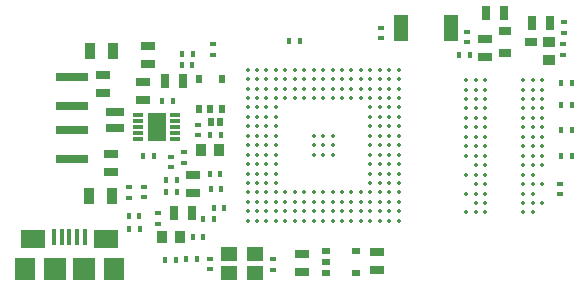
<source format=gtp>
G04 #@! TF.FileFunction,Paste,Top*
%FSLAX46Y46*%
G04 Gerber Fmt 4.6, Leading zero omitted, Abs format (unit mm)*
G04 Created by KiCad (PCBNEW 4.1.0-alpha+201605292346+6852~44~ubuntu14.04.1-product) date Thu Jun  2 19:47:09 2016*
%MOMM*%
%LPD*%
G01*
G04 APERTURE LIST*
%ADD10C,0.150000*%
%ADD11R,0.398780X0.599440*%
%ADD12R,0.599440X0.398780*%
%ADD13R,1.400000X1.150000*%
%ADD14R,1.300000X2.200000*%
%ADD15R,1.000760X0.899160*%
%ADD16R,0.899160X1.000760*%
%ADD17R,0.508000X0.762000*%
%ADD18R,0.762000X0.508000*%
%ADD19R,1.143000X0.635000*%
%ADD20R,0.635000X1.143000*%
%ADD21R,1.600000X0.650000*%
%ADD22R,1.897380X1.897380*%
%ADD23R,1.899920X1.897380*%
%ADD24R,1.795780X1.897380*%
%ADD25R,2.095500X1.597660*%
%ADD26R,0.398780X1.346200*%
%ADD27C,0.350000*%
%ADD28R,1.000760X0.800100*%
%ADD29R,0.848360X0.299720*%
%ADD30R,1.648460X2.379980*%
%ADD31R,0.889000X1.397000*%
%ADD32R,2.820000X0.800000*%
G04 APERTURE END LIST*
D10*
D11*
X142488920Y-89890600D03*
X143388080Y-89890600D03*
X176270920Y-90220800D03*
X177170080Y-90220800D03*
D12*
X176199800Y-96883220D03*
X176199800Y-97782380D03*
D11*
X176283620Y-88328500D03*
X177182780Y-88328500D03*
X176258220Y-94564200D03*
X177157380Y-94564200D03*
X176258220Y-92329000D03*
X177157380Y-92329000D03*
D12*
X146837400Y-85097620D03*
X146837400Y-85996780D03*
D11*
X145420080Y-103276400D03*
X144520920Y-103276400D03*
X145966180Y-101396800D03*
X145067020Y-101396800D03*
X144165320Y-85890100D03*
X145064480Y-85890100D03*
D12*
X145554700Y-91892120D03*
X145554700Y-92791280D03*
X151917400Y-104183180D03*
X151917400Y-103284020D03*
X176491900Y-84104480D03*
X176491900Y-83205320D03*
X176453800Y-85059520D03*
X176453800Y-85958680D03*
D11*
X140888720Y-94551500D03*
X141787880Y-94551500D03*
D12*
X143256000Y-95521780D03*
X143256000Y-94622620D03*
D11*
X140594080Y-100711000D03*
X139694920Y-100711000D03*
X140568680Y-99606100D03*
X139669520Y-99606100D03*
X143730980Y-96621600D03*
X142831820Y-96621600D03*
X143629380Y-103378000D03*
X142730220Y-103378000D03*
X146540220Y-92773500D03*
X147439380Y-92773500D03*
X142831820Y-97599500D03*
X143730980Y-97599500D03*
X146527520Y-96037400D03*
X147426680Y-96037400D03*
X145981420Y-99885500D03*
X146880580Y-99885500D03*
D13*
X148168200Y-104485900D03*
X150368200Y-104485900D03*
X148168200Y-102885900D03*
X150368200Y-102885900D03*
D14*
X162725100Y-83705700D03*
X166925100Y-83705700D03*
D12*
X146519900Y-103258620D03*
X146519900Y-104157780D03*
D11*
X147490180Y-97307400D03*
X146591020Y-97307400D03*
D15*
X175221900Y-86426040D03*
X175221900Y-84922360D03*
D12*
X168313100Y-84018120D03*
X168313100Y-84917280D03*
X142176500Y-100296980D03*
X142176500Y-99397820D03*
D11*
X147744180Y-98983800D03*
X146845020Y-98983800D03*
D16*
X145780760Y-94043500D03*
X147284440Y-94043500D03*
D17*
X147370800Y-91655900D03*
X146659600Y-91655900D03*
D18*
X156337000Y-102577900D03*
X156337000Y-104482900D03*
X158877000Y-102577900D03*
X156337000Y-103530400D03*
X158877000Y-104482900D03*
D17*
X145630900Y-90551000D03*
X147535900Y-90551000D03*
X145630900Y-88011000D03*
X146583400Y-90551000D03*
X147535900Y-88011000D03*
D16*
X142516860Y-101422200D03*
X144020540Y-101422200D03*
D19*
X138201400Y-95935800D03*
X138201400Y-94411800D03*
D20*
X144272000Y-88188800D03*
X142748000Y-88188800D03*
D19*
X137477500Y-89255600D03*
X137477500Y-87731600D03*
D20*
X175323500Y-83312000D03*
X173799500Y-83312000D03*
D19*
X140906500Y-88252300D03*
X140906500Y-89776300D03*
X154368500Y-104368600D03*
X154368500Y-102844600D03*
X160693100Y-102704900D03*
X160693100Y-104228900D03*
D11*
X145051780Y-86868000D03*
X144152620Y-86868000D03*
D12*
X161048700Y-83700620D03*
X161048700Y-84599780D03*
D19*
X145110200Y-96139000D03*
X145110200Y-97663000D03*
D20*
X145008600Y-99364800D03*
X143484600Y-99364800D03*
D12*
X144310100Y-94203520D03*
X144310100Y-95102680D03*
D21*
X138480800Y-92176600D03*
X138480800Y-90826600D03*
D22*
X133446520Y-104089200D03*
D23*
X135844280Y-104089200D03*
D24*
X138445240Y-104089200D03*
D25*
X131546600Y-101539040D03*
D26*
X133347460Y-101412040D03*
X133997700Y-101412040D03*
X134645400Y-101412040D03*
X135293100Y-101412040D03*
X135943340Y-101412040D03*
D25*
X137744200Y-101539040D03*
D24*
X130845560Y-104089200D03*
D27*
X174650000Y-88126000D03*
X173850000Y-88126000D03*
X173050000Y-88126000D03*
X169850000Y-88126000D03*
X169050000Y-88126000D03*
X168250000Y-88126000D03*
X174650000Y-88926000D03*
X173850000Y-88926000D03*
X173050000Y-88926000D03*
X169850000Y-88926000D03*
X169050000Y-88926000D03*
X168250000Y-88926000D03*
X174650000Y-89726000D03*
X173850000Y-89726000D03*
X173050000Y-89726000D03*
X169850000Y-89726000D03*
X169050000Y-89726000D03*
X168250000Y-89726000D03*
X174650000Y-90526000D03*
X173850000Y-90526000D03*
X173050000Y-90526000D03*
X169850000Y-90526000D03*
X169050000Y-90526000D03*
X168250000Y-90526000D03*
X174650000Y-91326000D03*
X173850000Y-91326000D03*
X173050000Y-91326000D03*
X169850000Y-91326000D03*
X169050000Y-91326000D03*
X168250000Y-91326000D03*
X174650000Y-92126000D03*
X173850000Y-92126000D03*
X173050000Y-92126000D03*
X169850000Y-92126000D03*
X169050000Y-92126000D03*
X168250000Y-92126000D03*
X174650000Y-92926000D03*
X173850000Y-92926000D03*
X173050000Y-92926000D03*
X169850000Y-92926000D03*
X169050000Y-92926000D03*
X168250000Y-92926000D03*
X174650000Y-93726000D03*
X173850000Y-93726000D03*
X173050000Y-93726000D03*
X169850000Y-93726000D03*
X169050000Y-93726000D03*
X168250000Y-93726000D03*
X174650000Y-94526000D03*
X173850000Y-94526000D03*
X173050000Y-94526000D03*
X169850000Y-94526000D03*
X169050000Y-94526000D03*
X173850000Y-95326000D03*
X173050000Y-95326000D03*
X169850000Y-95326000D03*
X169050000Y-95326000D03*
X173850000Y-96126000D03*
X173050000Y-96126000D03*
X169850000Y-96126000D03*
X169050000Y-96126000D03*
X173850000Y-96926000D03*
X173050000Y-96926000D03*
X169850000Y-96926000D03*
X169050000Y-96926000D03*
X173850000Y-97726000D03*
X173050000Y-97726000D03*
X169850000Y-97726000D03*
X169050000Y-97726000D03*
X173850000Y-98526000D03*
X173050000Y-98526000D03*
X169850000Y-98526000D03*
X169050000Y-98526000D03*
X173850000Y-99326000D03*
X173050000Y-99326000D03*
X169850000Y-99326000D03*
X169050000Y-99326000D03*
X168250000Y-99326000D03*
X168250000Y-97726000D03*
X168250000Y-96126000D03*
X168250000Y-94526000D03*
X174650000Y-95326000D03*
X174650000Y-96926000D03*
X174650000Y-98526000D03*
X156121100Y-93637100D03*
X156121100Y-94437100D03*
X155321100Y-92837100D03*
X155321100Y-93637100D03*
X155321100Y-94437100D03*
X156121100Y-92837100D03*
X156921100Y-92837100D03*
X156921100Y-93637100D03*
X156921100Y-94437100D03*
X160121100Y-93637100D03*
X160121100Y-94437100D03*
X160121100Y-95237100D03*
X160121100Y-96037100D03*
X160121100Y-96837100D03*
X160121100Y-97637100D03*
X160121100Y-98437100D03*
X160121100Y-99237100D03*
X160121100Y-100037100D03*
X160121100Y-87237100D03*
X160121100Y-88037100D03*
X160121100Y-88837100D03*
X160121100Y-89637100D03*
X160121100Y-90437100D03*
X160121100Y-91237100D03*
X160121100Y-92037100D03*
X160121100Y-92837100D03*
X160921100Y-87237100D03*
X160921100Y-88037100D03*
X160921100Y-88837100D03*
X160921100Y-89637100D03*
X160921100Y-90437100D03*
X160921100Y-91237100D03*
X160921100Y-92037100D03*
X160921100Y-92837100D03*
X160921100Y-93637100D03*
X160921100Y-94437100D03*
X160921100Y-95237100D03*
X160921100Y-96037100D03*
X160921100Y-96837100D03*
X160921100Y-97637100D03*
X160921100Y-98437100D03*
X160921100Y-99237100D03*
X160921100Y-100037100D03*
X161721100Y-87237100D03*
X161721100Y-88037100D03*
X161721100Y-88837100D03*
X161721100Y-89637100D03*
X161721100Y-90437100D03*
X161721100Y-91237100D03*
X161721100Y-92037100D03*
X161721100Y-92837100D03*
X161721100Y-93637100D03*
X161721100Y-94437100D03*
X161721100Y-95237100D03*
X161721100Y-96037100D03*
X161721100Y-96837100D03*
X161721100Y-97637100D03*
X161721100Y-98437100D03*
X161721100Y-99237100D03*
X161721100Y-100037100D03*
X162521100Y-87237100D03*
X162521100Y-88037100D03*
X162521100Y-88837100D03*
X162521100Y-89637100D03*
X162521100Y-90437100D03*
X162521100Y-91237100D03*
X162521100Y-92037100D03*
X162521100Y-92837100D03*
X162521100Y-93637100D03*
X162521100Y-94437100D03*
X162521100Y-95237100D03*
X162521100Y-96037100D03*
X162521100Y-96837100D03*
X162521100Y-97637100D03*
X162521100Y-98437100D03*
X162521100Y-99237100D03*
X162521100Y-100037100D03*
X159321100Y-87237100D03*
X159321100Y-88037100D03*
X159321100Y-88837100D03*
X159321100Y-89637100D03*
X159321100Y-97637100D03*
X159321100Y-98437100D03*
X159321100Y-99237100D03*
X159321100Y-100037100D03*
X158521100Y-87237100D03*
X158521100Y-88037100D03*
X158521100Y-88837100D03*
X158521100Y-89637100D03*
X158521100Y-97637100D03*
X158521100Y-98437100D03*
X158521100Y-99237100D03*
X158521100Y-100037100D03*
X157721100Y-87237100D03*
X157721100Y-88037100D03*
X157721100Y-88837100D03*
X157721100Y-89637100D03*
X157721100Y-97637100D03*
X157721100Y-98437100D03*
X157721100Y-99237100D03*
X157721100Y-100037100D03*
X156921100Y-87237100D03*
X156921100Y-88037100D03*
X156921100Y-88837100D03*
X156921100Y-89637100D03*
X156921100Y-97637100D03*
X156921100Y-98437100D03*
X156921100Y-99237100D03*
X156921100Y-100037100D03*
X156121100Y-87237100D03*
X156121100Y-88037100D03*
X156121100Y-88837100D03*
X156121100Y-89637100D03*
X156121100Y-97637100D03*
X156121100Y-98437100D03*
X156121100Y-99237100D03*
X156121100Y-100037100D03*
X155321100Y-87237100D03*
X155321100Y-88037100D03*
X155321100Y-88837100D03*
X155321100Y-89637100D03*
X155321100Y-97637100D03*
X155321100Y-98437100D03*
X155321100Y-99237100D03*
X155321100Y-100037100D03*
X154521100Y-87237100D03*
X154521100Y-88037100D03*
X154521100Y-88837100D03*
X154521100Y-89637100D03*
X154521100Y-97637100D03*
X154521100Y-98437100D03*
X154521100Y-99237100D03*
X154521100Y-100037100D03*
X153721100Y-87237100D03*
X153721100Y-88037100D03*
X153721100Y-88837100D03*
X153721100Y-89637100D03*
X153721100Y-97637100D03*
X153721100Y-98437100D03*
X153721100Y-99237100D03*
X153721100Y-100037100D03*
X152921100Y-87237100D03*
X152921100Y-88037100D03*
X152921100Y-88837100D03*
X152921100Y-89637100D03*
X152921100Y-97637100D03*
X152921100Y-98437100D03*
X152921100Y-99237100D03*
X152921100Y-100037100D03*
X152121100Y-87237100D03*
X152121100Y-88037100D03*
X152121100Y-88837100D03*
X152121100Y-89637100D03*
X152121100Y-90437100D03*
X152121100Y-91237100D03*
X152121100Y-92037100D03*
X152121100Y-92837100D03*
X152121100Y-93637100D03*
X152121100Y-94437100D03*
X152121100Y-95237100D03*
X152121100Y-96037100D03*
X152121100Y-96837100D03*
X152121100Y-97637100D03*
X152121100Y-98437100D03*
X152121100Y-99237100D03*
X152121100Y-100037100D03*
X151321100Y-87237100D03*
X151321100Y-88037100D03*
X151321100Y-88837100D03*
X151321100Y-89637100D03*
X151321100Y-90437100D03*
X151321100Y-91237100D03*
X151321100Y-92037100D03*
X151321100Y-92837100D03*
X151321100Y-93637100D03*
X151321100Y-94437100D03*
X151321100Y-95237100D03*
X151321100Y-96037100D03*
X151321100Y-96837100D03*
X151321100Y-97637100D03*
X151321100Y-98437100D03*
X151321100Y-99237100D03*
X151321100Y-100037100D03*
X150521100Y-87237100D03*
X150521100Y-88037100D03*
X150521100Y-88837100D03*
X150521100Y-89637100D03*
X150521100Y-90437100D03*
X150521100Y-91237100D03*
X150521100Y-92037100D03*
X150521100Y-92837100D03*
X150521100Y-93637100D03*
X150521100Y-94437100D03*
X150521100Y-95237100D03*
X150521100Y-96037100D03*
X150521100Y-96837100D03*
X150521100Y-97637100D03*
X150521100Y-98437100D03*
X150521100Y-99237100D03*
X150521100Y-100037100D03*
X149721100Y-87237100D03*
X149721100Y-88037100D03*
X149721100Y-88837100D03*
X149721100Y-89637100D03*
X149721100Y-90437100D03*
X149721100Y-91237100D03*
X149721100Y-92037100D03*
X149721100Y-92837100D03*
X149721100Y-93637100D03*
X149721100Y-94437100D03*
X149721100Y-95237100D03*
X149721100Y-96037100D03*
X149721100Y-96837100D03*
X149721100Y-97637100D03*
X149721100Y-98437100D03*
X149721100Y-99237100D03*
X149721100Y-100037100D03*
D20*
X171437300Y-82473800D03*
X169913300Y-82473800D03*
D19*
X169862500Y-86144100D03*
X169862500Y-84620100D03*
D28*
X173680120Y-84899500D03*
X171480480Y-85852000D03*
X171480480Y-83947000D03*
D11*
X167634920Y-85966300D03*
X168534080Y-85966300D03*
D29*
X143586200Y-93098620D03*
X143586200Y-92598240D03*
X143586200Y-92100400D03*
X143586200Y-91602560D03*
X143586200Y-91102180D03*
X140487400Y-91102180D03*
X140487400Y-91602560D03*
X140487400Y-92100400D03*
X140487400Y-92598240D03*
X140487400Y-93098620D03*
D30*
X142036800Y-92100400D03*
D19*
X141325600Y-85255100D03*
X141325600Y-86779100D03*
D12*
X139700000Y-98074480D03*
X139700000Y-97175320D03*
X140970000Y-98049080D03*
X140970000Y-97149920D03*
D31*
X136309100Y-97917000D03*
X138214100Y-97917000D03*
X136410700Y-85661500D03*
X138315700Y-85661500D03*
D32*
X134848600Y-87838400D03*
X134848600Y-90338400D03*
X134848600Y-92338400D03*
X134848600Y-94838400D03*
D11*
X153258520Y-84823300D03*
X154157680Y-84823300D03*
M02*

</source>
